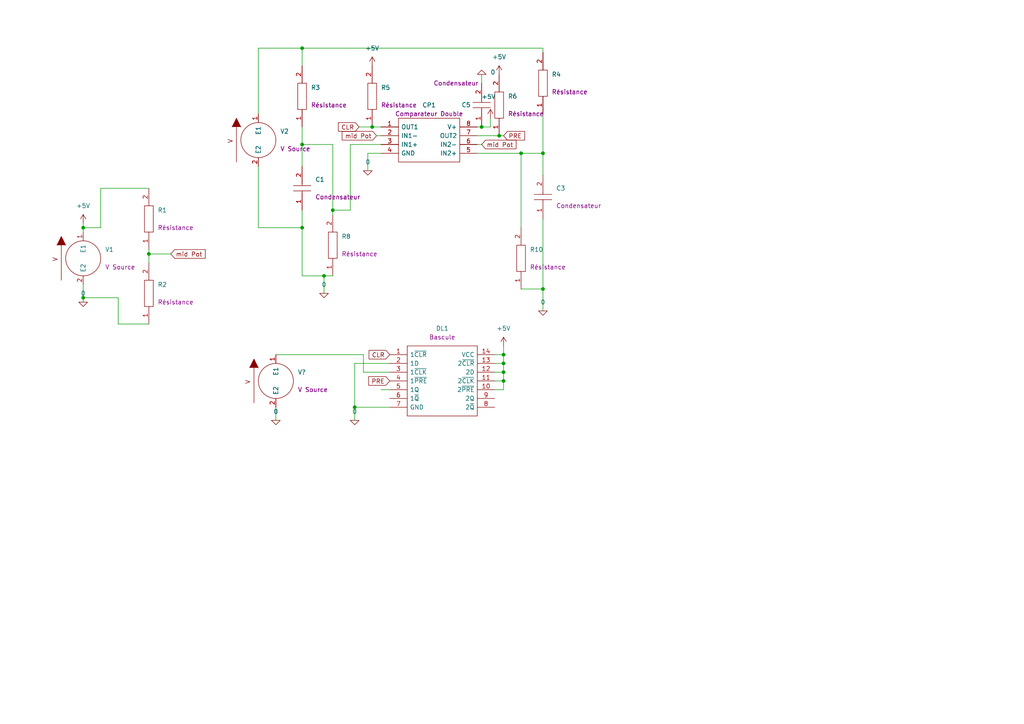
<source format=kicad_sch>
(kicad_sch (version 20211123) (generator eeschema)
  (paper "A4")
  (lib_symbols
    (symbol "EPSA_lib:Bascule D SN74HCS72QDRQ1" (pin_names (offset 0.762))
      (property "Reference" "DL" (at 38.1 8.89 0))
      (property "Render Name" "Bascule" (at 15.24 3.81 0))
      (symbol "Bascule D SN74HCS72QDRQ1_0_0"
        (pin passive line (at 0 0 0) (length 5.08) (name "1~{CLR}") (number "1"))
        (pin passive line (at 30.48 -10.16 180) (length 5.08) (name "2~{PRE}") (number "10"))
        (pin passive line (at 30.48 -7.62 180) (length 5.08) (name "2~{CLK}") (number "11"))
        (pin passive line (at 30.48 -5.08 180) (length 5.08) (name "2D") (number "12"))
        (pin passive line (at 30.48 -2.54 180) (length 5.08) (name "2~{CLR}") (number "13"))
        (pin passive line (at 30.48 0 180) (length 5.08) (name "VCC") (number "14"))
        (pin passive line (at 0 -2.54 0) (length 5.08) (name "1D") (number "2"))
        (pin passive line (at 0 -5.08 0) (length 5.08) (name "1~{CLK}") (number "3"))
        (pin passive line (at 0 -7.62 0) (length 5.08) (name "1~{PRE}") (number "4"))
        (pin passive line (at 0 -10.16 0) (length 5.08) (name "1Q") (number "5"))
        (pin passive line (at 0 -12.7 0) (length 5.08) (name "1~{Q}") (number "6"))
        (pin passive line (at 0 -15.24 0) (length 5.08) (name "GND") (number "7"))
        (pin passive line (at 30.48 -15.24 180) (length 5.08) (name "2~{Q}") (number "8"))
        (pin passive line (at 30.48 -12.7 180) (length 5.08) (name "2Q") (number "9"))
      )
      (symbol "Bascule D SN74HCS72QDRQ1_0_1"
        (polyline (pts (xy 5.08 2.54) (xy 25.4 2.54) (xy 25.4 -17.78) (xy 5.08 -17.78) (xy 5.08 2.54)) (stroke (width 0.1524)))
      )
    )
    (symbol "EPSA_lib:Comparateur Double LM393LVDR" (pin_names (offset 0.762))
      (property "Reference" "CP" (at 35.56 8.89 0))
      (property "Render Name" "Comparateur Double" (at 13.97 3.81 0))
      (symbol "Comparateur Double LM393LVDR_0_0"
        (pin passive line (at 0 0 0) (length 5.08) (name "OUT1") (number "1"))
        (pin passive line (at 0 -2.54 0) (length 5.08) (name "IN1-") (number "2"))
        (pin passive line (at 0 -5.08 0) (length 5.08) (name "IN1+") (number "3"))
        (pin passive line (at 0 -7.62 0) (length 5.08) (name "GND") (number "4"))
        (pin passive line (at 27.94 -7.62 180) (length 5.08) (name "IN2+") (number "5"))
        (pin passive line (at 27.94 -5.08 180) (length 5.08) (name "IN2-") (number "6"))
        (pin passive line (at 27.94 -2.54 180) (length 5.08) (name "OUT2") (number "7"))
        (pin passive line (at 27.94 0 180) (length 5.08) (name "V+") (number "8"))
      )
      (symbol "Comparateur Double LM393LVDR_0_1"
        (polyline (pts (xy 5.08 2.54) (xy 22.86 2.54) (xy 22.86 -10.16) (xy 5.08 -10.16) (xy 5.08 2.54)) (stroke (width 0.1524)))
      )
    )
    (symbol "EPSA_lib:Condensateur 0805Y1000104JXT" (pin_names (offset 0.762))
      (property "Reference" "C" (at 20.32 5.08 0))
      (property "Spice_Model" "10" (at 5.08 6.35 0))
      (property "Render Name" "Condensateur" (at 6.35 3.81 0))
      (symbol "Condensateur 0805Y1000104JXT_0_0"
        (pin passive line (at 0 0 0) (length 5.08) (name "~") (number "1"))
        (pin passive line (at 12.7 0 180) (length 5.08) (name "~") (number "2"))
      )
      (symbol "Condensateur 0805Y1000104JXT_0_1"
        (polyline (pts (xy 5.08 0) (xy 5.588 0)) (stroke (width 0.1524)))
        (polyline (pts (xy 5.588 2.54) (xy 5.588 -2.54)) (stroke (width 0.1524)))
        (polyline (pts (xy 7.112 0) (xy 7.62 0)) (stroke (width 0.1524)))
        (polyline (pts (xy 7.112 2.54) (xy 7.112 -2.54)) (stroke (width 0.1524)))
      )
    )
    (symbol "EPSA_lib:Résistance RK73H2BLTDD2152F" (pin_names (offset 0.762))
      (property "Reference" "R" (at 25.4 5.08 0))
      (property "Spice_Model" "10" (at 7.62 5.08 0))
      (property "Render Name" "Résistance" (at 8.89 2.54 0))
      (symbol "Résistance RK73H2BLTDD2152F_0_0"
        (pin passive line (at 0 0 0) (length 5.08) (name "~") (number "1"))
        (pin passive line (at 17.78 0 180) (length 5.08) (name "~") (number "2"))
      )
      (symbol "Résistance RK73H2BLTDD2152F_0_1"
        (polyline (pts (xy 5.08 1.27) (xy 12.7 1.27) (xy 12.7 -1.27) (xy 5.08 -1.27) (xy 5.08 1.27)) (stroke (width 0.1524)))
      )
    )
    (symbol "EPSA_lib:VSOURCE" (pin_names (offset 1.016)) (in_bom no) (on_board no)
      (property "Reference" "V" (at 8.89 12.7 0))
      (property "Spice_Model" "dc 5" (at -1.27 12.7 0))
      (property "Render Name" "V Source" (at -1.27 10.16 0))
      (symbol "VSOURCE_0_1"
        (circle (center -1.27 0) (radius 5.08))
        (polyline (pts (xy -7.62 6.35) (xy 2.54 6.35)) (fill (type outline)))
        (polyline (pts (xy 2.54 7.62) (xy 5.08 6.35) (xy 2.54 5.08)) (fill (type outline)))
        (text "V" (at -1.524 8.128 0) (effects (font (size 1.27 1.27))))
      )
      (symbol "VSOURCE_1_1"
        (pin input line (at 6.35 0 180) (length 2.54) (name "E1") (number "1"))
        (pin input line (at -8.89 0 0) (length 2.54) (name "E2") (number "2"))
      )
    )
    (symbol "power:+5V" (power) (pin_names (offset 0))
      (property "Value" "+5V" (at 0 3.556 0))
      (symbol "+5V_0_1"
        (polyline (pts (xy -0.762 1.27) (xy 0 2.54)))
        (polyline (pts (xy 0 0) (xy 0 2.54)))
        (polyline (pts (xy 0 2.54) (xy 0.762 1.27)))
      )
      (symbol "+5V_1_1"
        (pin power_in line (at 0 0 90) (length 0) hide (name "+5V") (number "1"))
      )
    )
    (symbol "pspice:0" (power) (pin_names (offset 0))
      (property "Value" "0" (at 0 -1.778 0))
      (symbol "0_0_1"
        (polyline (pts (xy -1.27 0) (xy 0 -1.27) (xy 1.27 0) (xy -1.27 0)))
      )
      (symbol "0_1_1"
        (pin power_in line (at 0 0 0) (length 0) hide (name "0") (number "1"))
      )
    )
  )
  (junction (at 146.05 102.87))
  (junction (at 151.13 44.45))
  (junction (at 144.78 39.37))
  (junction (at 157.48 83.82))
  (junction (at 93.98 80.01))
  (junction (at 102.87 118.11))
  (junction (at 146.05 105.41))
  (junction (at 107.95 36.83))
  (junction (at 139.7 36.83))
  (junction (at 146.05 107.95))
  (junction (at 96.52 60.96))
  (junction (at 87.63 13.97))
  (junction (at 87.63 66.04))
  (junction (at 157.48 44.45))
  (junction (at 43.18 73.66))
  (junction (at 146.05 110.49))
  (junction (at 87.63 41.91))
  (junction (at 24.13 86.36))
  (junction (at 24.13 66.04))
  (wire (pts (xy 157.48 13.97) (xy 157.48 15.24)))
  (wire (pts (xy 157.48 83.82) (xy 157.48 90.17)))
  (wire (pts (xy 143.51 102.87) (xy 146.05 102.87)))
  (wire (pts (xy 146.05 107.95) (xy 146.05 105.41)))
  (wire (pts (xy 87.63 41.91) (xy 96.52 41.91)))
  (wire (pts (xy 96.52 41.91) (xy 96.52 60.96)))
  (wire (pts (xy 113.03 105.41) (xy 102.87 105.41)))
  (wire (pts (xy 102.87 118.11) (xy 113.03 118.11)))
  (wire (pts (xy 104.14 36.83) (xy 107.95 36.83)))
  (wire (pts (xy 105.41 107.95) (xy 113.03 107.95)))
  (wire (pts (xy 87.63 60.96) (xy 87.63 66.04)))
  (wire (pts (xy 80.01 118.11) (xy 80.01 121.92)))
  (wire (pts (xy 87.63 80.01) (xy 93.98 80.01)))
  (wire (pts (xy 138.43 36.83) (xy 139.7 36.83)))
  (wire (pts (xy 43.18 93.98) (xy 34.29 93.98)))
  (wire (pts (xy 107.95 36.83) (xy 110.49 36.83)))
  (wire (pts (xy 74.93 66.04) (xy 87.63 66.04)))
  (wire (pts (xy 24.13 64.77) (xy 24.13 66.04)))
  (wire (pts (xy 24.13 66.04) (xy 24.13 67.31)))
  (wire (pts (xy 43.18 54.61) (xy 29.21 54.61)))
  (wire (pts (xy 43.18 73.66) (xy 43.18 76.2)))
  (wire (pts (xy 109.22 39.37) (xy 110.49 39.37)))
  (wire (pts (xy 105.41 102.87) (xy 105.41 107.95)))
  (wire (pts (xy 143.51 113.03) (xy 146.05 113.03)))
  (wire (pts (xy 87.63 80.01) (xy 87.63 66.04)))
  (wire (pts (xy 93.98 80.01) (xy 96.52 80.01)))
  (wire (pts (xy 146.05 100.33) (xy 146.05 102.87)))
  (wire (pts (xy 87.63 13.97) (xy 87.63 19.05)))
  (wire (pts (xy 143.51 105.41) (xy 146.05 105.41)))
  (wire (pts (xy 157.48 33.02) (xy 157.48 44.45)))
  (wire (pts (xy 24.13 86.36) (xy 24.13 87.63)))
  (wire (pts (xy 80.01 102.87) (xy 105.41 102.87)))
  (wire (pts (xy 29.21 66.04) (xy 24.13 66.04)))
  (wire (pts (xy 139.7 21.59) (xy 139.7 24.13)))
  (wire (pts (xy 74.93 48.26) (xy 74.93 66.04)))
  (wire (pts (xy 101.6 41.91) (xy 101.6 60.96)))
  (wire (pts (xy 93.98 80.01) (xy 93.98 85.09)))
  (wire (pts (xy 106.68 49.53) (xy 106.68 44.45)))
  (wire (pts (xy 87.63 36.83) (xy 87.63 41.91)))
  (wire (pts (xy 74.93 33.02) (xy 74.93 13.97)))
  (wire (pts (xy 87.63 13.97) (xy 157.48 13.97)))
  (wire (pts (xy 139.7 41.91) (xy 138.43 41.91)))
  (wire (pts (xy 87.63 41.91) (xy 87.63 48.26)))
  (wire (pts (xy 96.52 60.96) (xy 96.52 62.23)))
  (wire (pts (xy 146.05 105.41) (xy 146.05 102.87)))
  (wire (pts (xy 106.68 44.45) (xy 110.49 44.45)))
  (wire (pts (xy 43.18 73.66) (xy 49.53 73.66)))
  (wire (pts (xy 74.93 13.97) (xy 87.63 13.97)))
  (wire (pts (xy 151.13 83.82) (xy 157.48 83.82)))
  (wire (pts (xy 157.48 44.45) (xy 157.48 50.8)))
  (wire (pts (xy 146.05 107.95) (xy 146.05 110.49)))
  (wire (pts (xy 139.7 36.83) (xy 142.24 36.83)))
  (wire (pts (xy 144.78 39.37) (xy 138.43 39.37)))
  (wire (pts (xy 102.87 105.41) (xy 102.87 118.11)))
  (wire (pts (xy 151.13 44.45) (xy 151.13 66.04)))
  (wire (pts (xy 102.87 118.11) (xy 102.87 121.92)))
  (wire (pts (xy 138.43 44.45) (xy 151.13 44.45)))
  (wire (pts (xy 34.29 86.36) (xy 24.13 86.36)))
  (wire (pts (xy 143.51 107.95) (xy 146.05 107.95)))
  (wire (pts (xy 110.49 113.03) (xy 113.03 113.03)))
  (wire (pts (xy 146.05 39.37) (xy 144.78 39.37)))
  (wire (pts (xy 29.21 54.61) (xy 29.21 66.04)))
  (wire (pts (xy 146.05 110.49) (xy 146.05 113.03)))
  (wire (pts (xy 143.51 110.49) (xy 146.05 110.49)))
  (wire (pts (xy 101.6 60.96) (xy 96.52 60.96)))
  (wire (pts (xy 110.49 41.91) (xy 101.6 41.91)))
  (wire (pts (xy 157.48 63.5) (xy 157.48 83.82)))
  (wire (pts (xy 151.13 44.45) (xy 157.48 44.45)))
  (wire (pts (xy 34.29 93.98) (xy 34.29 86.36)))
  (wire (pts (xy 24.13 82.55) (xy 24.13 86.36)))
  (wire (pts (xy 142.24 36.83) (xy 142.24 34.29)))
  (wire (pts (xy 43.18 72.39) (xy 43.18 73.66)))
  (global_label "PRE" (shape input) (at 113.03 110.49 180) (property "Intersheet References" "${INTERSHEET_REFS}" (effects hide)))
  (global_label "CLR" (shape input) (at 104.14 36.83 180) (property "Intersheet References" "${INTERSHEET_REFS}" (effects hide)))
  (global_label "PRE" (shape input) (at 146.05 39.37 0) (property "Intersheet References" "${INTERSHEET_REFS}" (effects hide)))
  (global_label "mid Pot" (shape input) (at 109.22 39.37 180) (property "Intersheet References" "${INTERSHEET_REFS}" (effects hide)))
  (global_label "CLR" (shape input) (at 113.03 102.87 180) (property "Intersheet References" "${INTERSHEET_REFS}" (effects hide)))
  (global_label "mid Pot" (shape input) (at 49.53 73.66 0) (property "Intersheet References" "${INTERSHEET_REFS}" (effects hide)))
  (global_label "mid Pot" (shape input) (at 139.7 41.91 0) (property "Intersheet References" "${INTERSHEET_REFS}" (effects hide)))
  (symbol (lib_id "pspice:0") (at 106.68 49.53 0) (unit 1)
    (property "Reference" "#GND03" (effects hide))
    (property "Value" "0" (at 106.68 46.99 0))
  )
  (symbol (lib_id "EPSA_lib:Résistance RK73H2BLTDD2152F") (at 151.13 83.82 90) (unit 1)
    (property "Reference" "R10" (at 153.67 72.3899 90) (effects (justify right)))
    (property "Value" "Résistance RK73H2BLTDD2152F" (effects hide))
    (property "Footprint" "EPSA_lib:RESC3216X70N" (effects hide))
    (property "Datasheet" "http://www.koaspeer.com/catimages/Products/RK73H/RK73H.pdf" (effects hide))
    (property "Description" "Thick Film Resistors - SMD" (effects hide))
    (property "Height" "0.7" (effects hide))
    (property "Manufacturer_Name" "KOA Speer" (effects hide))
    (property "Manufacturer_Part_Number" "RK73H2BLTDD2152F" (effects hide))
    (property "Mouser Part Number" "N/A" (effects hide))
    (property "Mouser Price/Stock" "https://www.mouser.co.uk/ProductDetail/KOA-Speer/RK73H2BLTDD2152F?qs=WeIALVmW3zmyxMFsjVzMRw%3D%3D" (effects hide))
    (property "Spice_Primitive" "R" (effects hide))
    (property "Spice_Model" "600k" (at 153.67 74.9299 90) (effects (justify right)))
    (property "Spice_Netlist_Enabled" "Y" (effects hide))
    (property "Render Name" "Résistance" (at 153.67 77.4699 90) (effects (justify right)))
  )
  (symbol (lib_id "EPSA_lib:VSOURCE") (at 74.93 39.37 90) (unit 1) (in_bom no) (on_board no)
    (property "Reference" "V2" (at 81.28 38.0999 90) (effects (justify right)))
    (property "Value" "VSOURCE" (effects hide))
    (property "Spice_Primitive" "V" (effects hide))
    (property "Spice_Model" "dc 5 pulse(0 5 1 100m 100m 4 8)" (at 24.13 40.64 90) (effects (justify right)))
    (property "Spice_Netlist_Enabled" "Y" (effects hide))
    (property "Render Name" "V Source" (at 81.28 43.1799 90) (effects (justify right)))
  )
  (symbol (lib_id "power:+5V") (at 107.95 19.05 0) (unit 1)
    (property "Reference" "#PWR02" (effects hide))
    (property "Value" "+5V" (at 107.95 13.97 0))
  )
  (symbol (lib_id "pspice:0") (at 93.98 85.09 0) (unit 1)
    (property "Reference" "#GND02" (effects hide))
    (property "Value" "0" (at 93.98 82.55 0))
  )
  (symbol (lib_id "EPSA_lib:Résistance RK73H2BLTDD2152F") (at 87.63 36.83 90) (unit 1)
    (property "Reference" "R3" (at 90.17 25.3999 90) (effects (justify right)))
    (property "Value" "Résistance RK73H2BLTDD2152F" (effects hide))
    (property "Footprint" "EPSA_lib:RESC3216X70N" (effects hide))
    (property "Datasheet" "http://www.koaspeer.com/catimages/Products/RK73H/RK73H.pdf" (effects hide))
    (property "Description" "Thick Film Resistors - SMD" (effects hide))
    (property "Height" "0.7" (effects hide))
    (property "Manufacturer_Name" "KOA Speer" (effects hide))
    (property "Manufacturer_Part_Number" "RK73H2BLTDD2152F" (effects hide))
    (property "Mouser Part Number" "N/A" (effects hide))
    (property "Mouser Price/Stock" "https://www.mouser.co.uk/ProductDetail/KOA-Speer/RK73H2BLTDD2152F?qs=WeIALVmW3zmyxMFsjVzMRw%3D%3D" (effects hide))
    (property "Spice_Primitive" "R" (effects hide))
    (property "Spice_Model" "500k" (at 90.17 27.9399 90) (effects (justify right)))
    (property "Spice_Netlist_Enabled" "Y" (effects hide))
    (property "Render Name" "Résistance" (at 90.17 30.4799 90) (effects (justify right)))
  )
  (symbol (lib_id "power:+5V") (at 24.13 64.77 0) (unit 1)
    (property "Reference" "#PWR01" (effects hide))
    (property "Value" "+5V" (at 24.13 59.69 0))
  )
  (symbol (lib_id "EPSA_lib:Condensateur 0805Y1000104JXT") (at 87.63 60.96 90) (unit 1)
    (property "Reference" "C1" (at 91.44 52.0699 90) (effects (justify right)))
    (property "Value" "Condensateur 0805Y1000104JXT" (effects hide))
    (property "Footprint" "EPSA_lib:CAPC2012X130N" (effects hide))
    (property "Datasheet" "http://docs-europe.electrocomponents.com/webdocs/119d/0900766b8119d7bc.pdf" (effects hide))
    (property "Description" "Syfer 0805 Ceramic Chip Capacitors" (effects hide))
    (property "Height" "1.3" (effects hide))
    (property "Manufacturer_Name" "Syfer" (effects hide))
    (property "Manufacturer_Part_Number" "0805Y1000104JXT" (effects hide))
    (property "Arrow Part Number" "0805Y1000104JXT" (effects hide))
    (property "Arrow Price/Stock" "https://www.arrow.com/en/products/0805y1000104jxt/syfer-technology?region=europe" (effects hide))
    (property "Spice_Primitive" "C" (effects hide))
    (property "Spice_Model" "1u" (at 91.44 54.6099 90) (effects (justify right)))
    (property "Spice_Netlist_Enabled" "Y" (effects hide))
    (property "Render Name" "Condensateur" (at 91.44 57.1499 90) (effects (justify right)))
  )
  (symbol (lib_id "EPSA_lib:VSOURCE") (at 80.01 109.22 90) (unit 1) (in_bom no) (on_board no)
    (property "Reference" "V?" (at 86.36 107.9499 90) (effects (justify right)))
    (property "Value" "VSOURCE" (effects hide))
    (property "Spice_Primitive" "V" (effects hide))
    (property "Spice_Model" "dc 5 pulse(5 0 4 100m 100m 0.5 8)" (at 29.21 110.49 90) (effects (justify right)))
    (property "Spice_Netlist_Enabled" "Y" (effects hide))
    (property "Render Name" "V Source" (at 86.36 113.0299 90) (effects (justify right)))
  )
  (symbol (lib_id "EPSA_lib:Comparateur Double LM393LVDR") (at 110.49 36.83 0) (unit 1)
    (property "Reference" "CP1" (at 124.46 30.48 0))
    (property "Value" "Comparateur Double LM393LVDR" (effects hide))
    (property "Footprint" "EPSA_lib:SOIC127P600X175-8N" (effects hide))
    (property "Datasheet" "https://www.ti.com/lit/ds/symlink/lm393lv.pdf?ts=1609509320428&ref_url=https%253A%252F%252Feu.mouser.com%252F" (effects hide))
    (property "Description" "Analog Comparators 1.65-V to 5.5-V, low voltage dual commodity comparator" (effects hide))
    (property "Height" "1.75" (effects hide))
    (property "Manufacturer_Name" "Texas Instruments" (effects hide))
    (property "Manufacturer_Part_Number" "LM393LVDR" (effects hide))
    (property "Mouser Part Number" "595-LM393LVDR" (effects hide))
    (property "Mouser Price/Stock" "https://www.mouser.co.uk/ProductDetail/Texas-Instruments/LM393LVDR?qs=zW32dvEIR3vk5%2FzEI25KTQ%3D%3D" (effects hide))
    (property "Arrow Part Number" "LM393LVDR" (effects hide))
    (property "Arrow Price/Stock" "https://www.arrow.com/en/products/lm393lvdr/texas-instruments" (effects hide))
    (property "Spice_Primitive" "X" (effects hide))
    (property "Spice_Model" "LM2903B_Dual" (effects hide))
    (property "Spice_Netlist_Enabled" "Y" (effects hide))
    (property "Spice_Lib_File" "${EPSA}\\SpiceModel\\CD_lm393.lib" (effects hide))
    (property "Render Name" "Comparateur Double" (at 124.46 33.02 0))
  )
  (symbol (lib_id "EPSA_lib:Résistance RK73H2BLTDD2152F") (at 96.52 80.01 90) (unit 1)
    (property "Reference" "R8" (at 99.06 68.5799 90) (effects (justify right)))
    (property "Value" "Résistance RK73H2BLTDD2152F" (effects hide))
    (property "Footprint" "EPSA_lib:RESC3216X70N" (effects hide))
    (property "Datasheet" "http://www.koaspeer.com/catimages/Products/RK73H/RK73H.pdf" (effects hide))
    (property "Description" "Thick Film Resistors - SMD" (effects hide))
    (property "Height" "0.7" (effects hide))
    (property "Manufacturer_Name" "KOA Speer" (effects hide))
    (property "Manufacturer_Part_Number" "RK73H2BLTDD2152F" (effects hide))
    (property "Mouser Part Number" "N/A" (effects hide))
    (property "Mouser Price/Stock" "https://www.mouser.co.uk/ProductDetail/KOA-Speer/RK73H2BLTDD2152F?qs=WeIALVmW3zmyxMFsjVzMRw%3D%3D" (effects hide))
    (property "Spice_Primitive" "R" (effects hide))
    (property "Spice_Model" "600k" (at 99.06 71.1199 90) (effects (justify right)))
    (property "Spice_Netlist_Enabled" "Y" (effects hide))
    (property "Render Name" "Résistance" (at 99.06 73.6599 90) (effects (justify right)))
  )
  (symbol (lib_id "EPSA_lib:Résistance RK73H2BLTDD2152F") (at 144.78 39.37 90) (unit 1)
    (property "Reference" "R6" (at 147.32 27.9399 90) (effects (justify right)))
    (property "Value" "Résistance RK73H2BLTDD2152F" (effects hide))
    (property "Footprint" "EPSA_lib:RESC3216X70N" (effects hide))
    (property "Datasheet" "http://www.koaspeer.com/catimages/Products/RK73H/RK73H.pdf" (effects hide))
    (property "Description" "Thick Film Resistors - SMD" (effects hide))
    (property "Height" "0.7" (effects hide))
    (property "Manufacturer_Name" "KOA Speer" (effects hide))
    (property "Manufacturer_Part_Number" "RK73H2BLTDD2152F" (effects hide))
    (property "Mouser Part Number" "N/A" (effects hide))
    (property "Mouser Price/Stock" "https://www.mouser.co.uk/ProductDetail/KOA-Speer/RK73H2BLTDD2152F?qs=WeIALVmW3zmyxMFsjVzMRw%3D%3D" (effects hide))
    (property "Spice_Primitive" "R" (effects hide))
    (property "Spice_Model" "5k" (at 147.32 30.4799 90) (effects (justify right)))
    (property "Spice_Netlist_Enabled" "Y" (effects hide))
    (property "Render Name" "Résistance" (at 147.32 33.0199 90) (effects (justify right)))
  )
  (symbol (lib_id "EPSA_lib:Résistance RK73H2BLTDD2152F") (at 43.18 93.98 90) (unit 1)
    (property "Reference" "R2" (at 45.72 82.5499 90) (effects (justify right)))
    (property "Value" "Résistance RK73H2BLTDD2152F" (effects hide))
    (property "Footprint" "EPSA_lib:RESC3216X70N" (effects hide))
    (property "Datasheet" "http://www.koaspeer.com/catimages/Products/RK73H/RK73H.pdf" (effects hide))
    (property "Description" "Thick Film Resistors - SMD" (effects hide))
    (property "Height" "0.7" (effects hide))
    (property "Manufacturer_Name" "KOA Speer" (effects hide))
    (property "Manufacturer_Part_Number" "RK73H2BLTDD2152F" (effects hide))
    (property "Mouser Part Number" "N/A" (effects hide))
    (property "Mouser Price/Stock" "https://www.mouser.co.uk/ProductDetail/KOA-Speer/RK73H2BLTDD2152F?qs=WeIALVmW3zmyxMFsjVzMRw%3D%3D" (effects hide))
    (property "Spice_Primitive" "R" (effects hide))
    (property "Spice_Model" "50k" (at 45.72 85.0899 90) (effects (justify right)))
    (property "Spice_Netlist_Enabled" "Y" (effects hide))
    (property "Render Name" "Résistance" (at 45.72 87.6299 90) (effects (justify right)))
  )
  (symbol (lib_id "EPSA_lib:Bascule D SN74HCS72QDRQ1") (at 113.03 102.87 0) (unit 1)
    (property "Reference" "DL1" (at 128.27 95.25 0))
    (property "Value" "Bascule D SN74HCS72QDRQ1" (effects hide))
    (property "Footprint" "EPSA_lib:SOIC127P600X175-14N" (effects hide))
    (property "Datasheet" "http://www.ti.com/general/docs/suppproductinfo.tsp?distId=10&gotoUrl=http%3A%2F%2Fwww.ti.com%2Flit%2Fgpn%2Fsn74hcs72-q1" (effects hide))
    (property "Description" "Flip-Flops Automotive Schmitt-trigger input dual D-type negative-edge-triggered flip-flops w/ clear and preset 14-SOIC -40 to 125" (effects hide))
    (property "Height" "1.75" (effects hide))
    (property "Manufacturer_Name" "Texas Instruments" (effects hide))
    (property "Manufacturer_Part_Number" "SN74HCS72QDRQ1" (effects hide))
    (property "Mouser Part Number" "595-SN74HCS72QDRQ1" (effects hide))
    (property "Mouser Price/Stock" "https://www.mouser.co.uk/ProductDetail/Texas-Instruments/SN74HCS72QDRQ1?qs=Cb2nCFKsA8rdYGfO8j6PMA%3D%3D" (effects hide))
    (property "Arrow Part Number" "SN74HCS72QDRQ1" (effects hide))
    (property "Arrow Price/Stock" "https://www.arrow.com/en/products/sn74hcs72qdrq1/texas-instruments?region=nac" (effects hide))
    (property "Spice_Primitive" "X" (effects hide))
    (property "Spice_Model" "SN74HCS72_Double" (effects hide))
    (property "Spice_Netlist_Enabled" "Y" (effects hide))
    (property "Spice_Lib_File" "${EPSA}\\SpiceModel\\BD_SN74HCS72.lib" (effects hide))
    (property "Render Name" "Bascule" (at 128.27 97.79 0))
  )
  (symbol (lib_id "power:+5V") (at 144.78 21.59 0) (unit 1)
    (property "Reference" "#PWR05" (effects hide))
    (property "Value" "+5V" (at 144.78 16.51 0))
  )
  (symbol (lib_id "EPSA_lib:Condensateur 0805Y1000104JXT") (at 157.48 63.5 90) (unit 1)
    (property "Reference" "C3" (at 161.29 54.6099 90) (effects (justify right)))
    (property "Value" "Condensateur 0805Y1000104JXT" (effects hide))
    (property "Footprint" "EPSA_lib:CAPC2012X130N" (effects hide))
    (property "Datasheet" "http://docs-europe.electrocomponents.com/webdocs/119d/0900766b8119d7bc.pdf" (effects hide))
    (property "Description" "Syfer 0805 Ceramic Chip Capacitors" (effects hide))
    (property "Height" "1.3" (effects hide))
    (property "Manufacturer_Name" "Syfer" (effects hide))
    (property "Manufacturer_Part_Number" "0805Y1000104JXT" (effects hide))
    (property "Arrow Part Number" "0805Y1000104JXT" (effects hide))
    (property "Arrow Price/Stock" "https://www.arrow.com/en/products/0805y1000104jxt/syfer-technology?region=europe" (effects hide))
    (property "Spice_Primitive" "C" (effects hide))
    (property "Spice_Model" "2.2u" (at 161.29 57.1499 90) (effects (justify right)))
    (property "Spice_Netlist_Enabled" "Y" (effects hide))
    (property "Render Name" "Condensateur" (at 161.29 59.6899 90) (effects (justify right)))
  )
  (symbol (lib_id "pspice:0") (at 157.48 90.17 0) (unit 1)
    (property "Reference" "#GND05" (effects hide))
    (property "Value" "0" (at 157.48 87.63 0))
  )
  (symbol (lib_id "EPSA_lib:Résistance RK73H2BLTDD2152F") (at 43.18 72.39 90) (unit 1)
    (property "Reference" "R1" (at 45.72 60.9599 90) (effects (justify right)))
    (property "Value" "Résistance RK73H2BLTDD2152F" (effects hide))
    (property "Footprint" "EPSA_lib:RESC3216X70N" (effects hide))
    (property "Datasheet" "http://www.koaspeer.com/catimages/Products/RK73H/RK73H.pdf" (effects hide))
    (property "Description" "Thick Film Resistors - SMD" (effects hide))
    (property "Height" "0.7" (effects hide))
    (property "Manufacturer_Name" "KOA Speer" (effects hide))
    (property "Manufacturer_Part_Number" "RK73H2BLTDD2152F" (effects hide))
    (property "Mouser Part Number" "N/A" (effects hide))
    (property "Mouser Price/Stock" "https://www.mouser.co.uk/ProductDetail/KOA-Speer/RK73H2BLTDD2152F?qs=WeIALVmW3zmyxMFsjVzMRw%3D%3D" (effects hide))
    (property "Spice_Primitive" "R" (effects hide))
    (property "Spice_Model" "100k" (at 45.72 63.4999 90) (effects (justify right)))
    (property "Spice_Netlist_Enabled" "Y" (effects hide))
    (property "Render Name" "Résistance" (at 45.72 66.0399 90) (effects (justify right)))
  )
  (symbol (lib_id "EPSA_lib:Résistance RK73H2BLTDD2152F") (at 107.95 36.83 90) (unit 1)
    (property "Reference" "R5" (at 110.49 25.3999 90) (effects (justify right)))
    (property "Value" "Résistance RK73H2BLTDD2152F" (effects hide))
    (property "Footprint" "EPSA_lib:RESC3216X70N" (effects hide))
    (property "Datasheet" "http://www.koaspeer.com/catimages/Products/RK73H/RK73H.pdf" (effects hide))
    (property "Description" "Thick Film Resistors - SMD" (effects hide))
    (property "Height" "0.7" (effects hide))
    (property "Manufacturer_Name" "KOA Speer" (effects hide))
    (property "Manufacturer_Part_Number" "RK73H2BLTDD2152F" (effects hide))
    (property "Mouser Part Number" "N/A" (effects hide))
    (property "Mouser Price/Stock" "https://www.mouser.co.uk/ProductDetail/KOA-Speer/RK73H2BLTDD2152F?qs=WeIALVmW3zmyxMFsjVzMRw%3D%3D" (effects hide))
    (property "Spice_Primitive" "R" (effects hide))
    (property "Spice_Model" "5k" (at 110.49 27.9399 90) (effects (justify right)))
    (property "Spice_Netlist_Enabled" "Y" (effects hide))
    (property "Render Name" "Résistance" (at 110.49 30.4799 90) (effects (justify right)))
  )
  (symbol (lib_id "pspice:0") (at 102.87 121.92 0) (unit 1)
    (property "Reference" "#GND04" (effects hide))
    (property "Value" "0" (at 102.87 119.38 0))
  )
  (symbol (lib_id "EPSA_lib:Condensateur 0805Y1000104JXT") (at 139.7 36.83 90) (unit 1)
    (property "Reference" "C5" (at 133.8439 30.4124 90) (effects (justify right)))
    (property "Value" "Condensateur 0805Y1000104JXT" (effects hide))
    (property "Footprint" "EPSA_lib:CAPC2012X130N" (effects hide))
    (property "Datasheet" "http://docs-europe.electrocomponents.com/webdocs/119d/0900766b8119d7bc.pdf" (effects hide))
    (property "Description" "Syfer 0805 Ceramic Chip Capacitors" (effects hide))
    (property "Height" "1.3" (effects hide))
    (property "Manufacturer_Name" "Syfer" (effects hide))
    (property "Manufacturer_Part_Number" "0805Y1000104JXT" (effects hide))
    (property "Arrow Part Number" "0805Y1000104JXT" (effects hide))
    (property "Arrow Price/Stock" "https://www.arrow.com/en/products/0805y1000104jxt/syfer-technology?region=europe" (effects hide))
    (property "Spice_Primitive" "C" (effects hide))
    (property "Spice_Model" "0.1u" (at 134.62 27.94 90) (effects (justify right)))
    (property "Spice_Netlist_Enabled" "Y" (effects hide))
    (property "Render Name" "Condensateur" (at 125.73 24.13 90) (effects (justify right)))
  )
  (symbol (lib_id "pspice:0") (at 139.7 21.59 180) (unit 1)
    (property "Reference" "#GND07" (effects hide))
    (property "Value" "0" (at 142.24 20.9549 0) (effects (justify right)))
  )
  (symbol (lib_id "pspice:0") (at 80.01 121.92 0) (unit 1)
    (property "Reference" "#GND?" (effects hide))
    (property "Value" "0" (at 80.01 119.38 0))
  )
  (symbol (lib_id "EPSA_lib:VSOURCE") (at 24.13 73.66 90) (unit 1) (in_bom no) (on_board no)
    (property "Reference" "V1" (at 30.48 72.3899 90) (effects (justify right)))
    (property "Value" "VSOURCE" (effects hide))
    (property "Spice_Primitive" "V" (effects hide))
    (property "Spice_Model" "dc 5" (at 30.48 74.9299 90) (effects (justify right)))
    (property "Spice_Netlist_Enabled" "Y" (effects hide))
    (property "Render Name" "V Source" (at 30.48 77.4699 90) (effects (justify right)))
  )
  (symbol (lib_id "power:+5V") (at 142.24 34.29 0) (unit 1)
    (property "Reference" "#PWR03" (effects hide))
    (property "Value" "+5V" (at 141.7031 28.05 0))
  )
  (symbol (lib_id "pspice:0") (at 24.13 87.63 0) (unit 1)
    (property "Reference" "#GND01" (effects hide))
    (property "Value" "0" (at 24.13 85.09 0))
  )
  (symbol (lib_id "power:+5V") (at 146.05 100.33 0) (unit 1)
    (property "Reference" "#PWR04" (effects hide))
    (property "Value" "+5V" (at 146.05 95.25 0))
  )
  (symbol (lib_id "EPSA_lib:Résistance RK73H2BLTDD2152F") (at 157.48 33.02 90) (unit 1)
    (property "Reference" "R4" (at 160.02 21.5899 90) (effects (justify right)))
    (property "Value" "Résistance RK73H2BLTDD2152F" (effects hide))
    (property "Footprint" "EPSA_lib:RESC3216X70N" (effects hide))
    (property "Datasheet" "http://www.koaspeer.com/catimages/Products/RK73H/RK73H.pdf" (effects hide))
    (property "Description" "Thick Film Resistors - SMD" (effects hide))
    (property "Height" "0.7" (effects hide))
    (property "Manufacturer_Name" "KOA Speer" (effects hide))
    (property "Manufacturer_Part_Number" "RK73H2BLTDD2152F" (effects hide))
    (property "Mouser Part Number" "N/A" (effects hide))
    (property "Mouser Price/Stock" "https://www.mouser.co.uk/ProductDetail/KOA-Speer/RK73H2BLTDD2152F?qs=WeIALVmW3zmyxMFsjVzMRw%3D%3D" (effects hide))
    (property "Spice_Primitive" "R" (effects hide))
    (property "Spice_Model" "500k" (at 160.02 24.1299 90) (effects (justify right)))
    (property "Spice_Netlist_Enabled" "Y" (effects hide))
    (property "Render Name" "Résistance" (at 160.02 26.6699 90) (effects (justify right)))
  )
)
</source>
